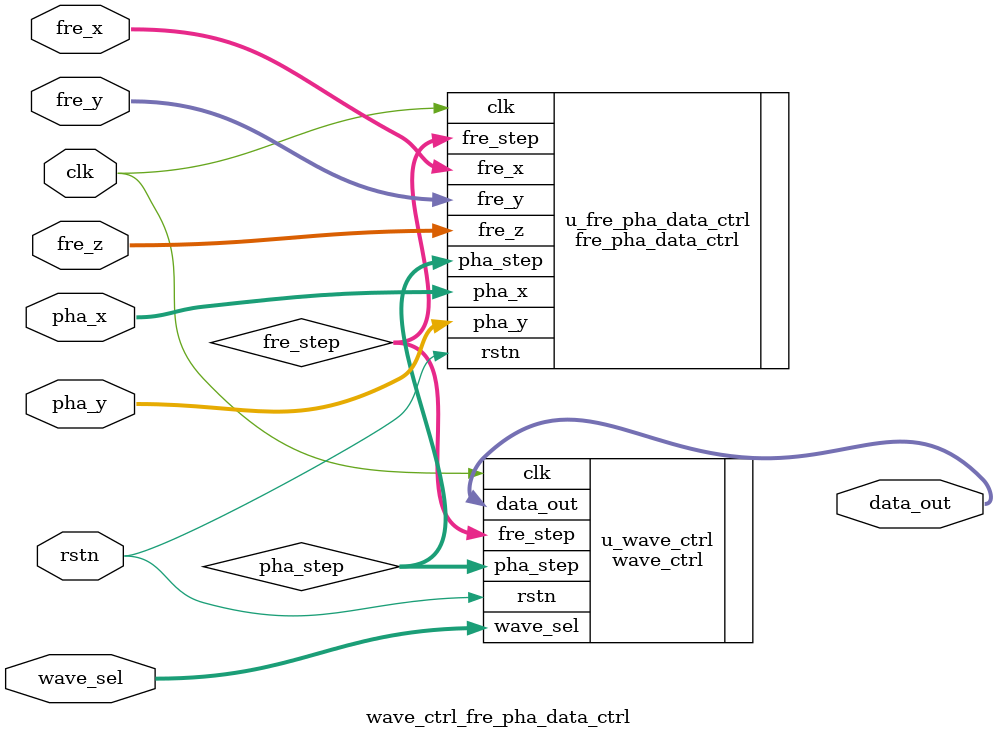
<source format=v>
module wave_ctrl_fre_pha_data_ctrl #(
    parameter N = 32,  //相位累加器位宽
    parameter M = 12,  //相位调制器位宽
    parameter FRE_WIDTH = 10,  //三路频率输入的位宽，三路频率的单位分别为MHz,kHz,Hz
    parameter PHA_WIDTH = 8,  //两路相位输入的位宽，(x+1/y)pi
    parameter DATA_WIDTH = 64,
    parameter DATA_WIDTH_ROM = 8,  //输出数据位宽
    parameter ADDR = 12  //ROM数据表位宽
) (
    input wire [0:0] clk,
    input wire [0:0] rstn,

    input wire [FRE_WIDTH-1:0] fre_x,  //MHz
    input wire [FRE_WIDTH-1:0] fre_y,  //kHz
    input wire [FRE_WIDTH-1:0] fre_z,  //Hz

    input wire [PHA_WIDTH-1:0] pha_x,  //x*pi
    input wire [PHA_WIDTH-1:0] pha_y,  //(1/y)*pi

    input wire [3:0] wave_sel,  //波形选择

    output wire [2*DATA_WIDTH_ROM-1:0] data_out
);

wire [N-1:0] fre_step;
wire [M-1:0] pha_step;

  fre_pha_data_ctrl #(
      .N         (N),
      .M         (M),
      .FRE_WIDTH (FRE_WIDTH),
      .PHA_WIDTH (PHA_WIDTH),
      .DATA_WIDTH(DATA_WIDTH)
  ) u_fre_pha_data_ctrl (
      .clk     (clk),
      .rstn    (rstn),
      .fre_x   (fre_x),
      .fre_y   (fre_y),
      .fre_z   (fre_z),
      .pha_x   (pha_x),
      .pha_y   (pha_y),
      .fre_step(fre_step),
      .pha_step(pha_step)
  );

  wave_ctrl #(
      .DATA_WIDTH_ROM(DATA_WIDTH_ROM),
      .N         (N),
      .M         (M),
      .ADDR      (ADDR)
  ) u_wave_ctrl (
      .clk     (clk),
      .rstn    (rstn),
      .wave_sel(wave_sel),
      .fre_step(fre_step),
      .pha_step(pha_step),
      .data_out(data_out)
  );

endmodule  //tb_wave_ctrl_fre_pha_data_ctrl

</source>
